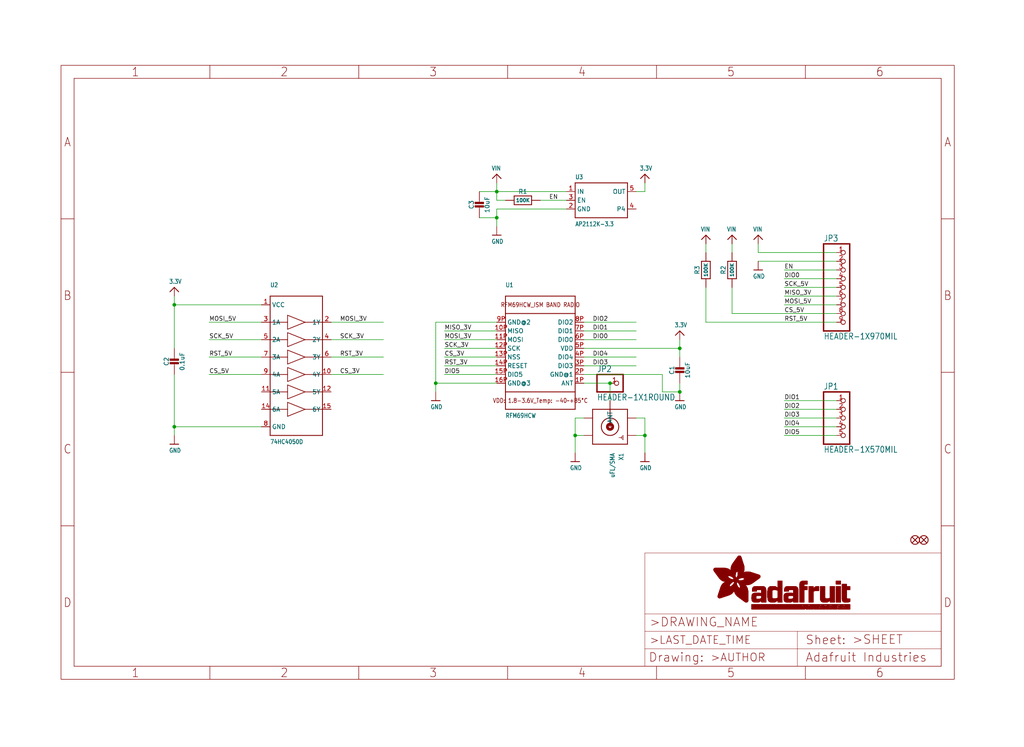
<source format=kicad_sch>
(kicad_sch (version 20211123) (generator eeschema)
  (paper "User" 298.45 217.881)
  (lib_symbols
    (symbol "schematicEagle-eagle-import:3.3V" (power)
      (property "Value" "3.3V" (at -1.524 1.016 0))
      (symbol "3.3V_1_0"
        (pin power_in line (at 0 -2.54 90) (length 2.54) (name "3.3V") (number "1"))
      )
    )
    (symbol "schematicEagle-eagle-import:74HC4050DTSSOP"
      (property "Reference" "U" (at -7.62 22.86 0))
      (property "Value" "74HC4050DTSSOP" (at -7.62 -22.86 0))
      (symbol "74HC4050DTSSOP_1_0"
        (pin bidirectional line (at -10.16 17.78 0) (length 2.54) (name "VCC") (number "1"))
        (pin bidirectional line (at 10.16 -2.54 180) (length 2.54) (name "4Y") (number "10"))
        (pin bidirectional line (at -10.16 -7.62 0) (length 2.54) (name "5A") (number "11"))
        (pin bidirectional line (at 10.16 -7.62 180) (length 2.54) (name "5Y") (number "12"))
        (pin bidirectional line (at -10.16 -12.7 0) (length 2.54) (name "6A") (number "14"))
        (pin bidirectional line (at 10.16 -12.7 180) (length 2.54) (name "6Y") (number "15"))
        (pin bidirectional line (at 10.16 12.7 180) (length 2.54) (name "1Y") (number "2"))
        (pin bidirectional line (at -10.16 12.7 0) (length 2.54) (name "1A") (number "3"))
        (pin bidirectional line (at 10.16 7.62 180) (length 2.54) (name "2Y") (number "4"))
        (pin bidirectional line (at -10.16 7.62 0) (length 2.54) (name "2A") (number "5"))
        (pin bidirectional line (at 10.16 2.54 180) (length 2.54) (name "3Y") (number "6"))
        (pin bidirectional line (at -10.16 2.54 0) (length 2.54) (name "3A") (number "7"))
        (pin bidirectional line (at -10.16 -17.78 0) (length 2.54) (name "GND") (number "8"))
        (pin bidirectional line (at -10.16 -2.54 0) (length 2.54) (name "4A") (number "9"))
      )
    )
    (symbol "schematicEagle-eagle-import:CAP_CERAMIC0805-NOOUTLINE"
      (property "Reference" "C" (at -2.29 1.25 90))
      (property "Value" "CAP_CERAMIC0805-NOOUTLINE" (at 2.3 1.25 90))
      (symbol "CAP_CERAMIC0805-NOOUTLINE_1_0"
        (pin passive line (at 0 5.08 270) (length 2.54) (name "1") (number "1"))
        (pin passive line (at 0 -2.54 90) (length 2.54) (name "2") (number "2"))
      )
    )
    (symbol "schematicEagle-eagle-import:FIDUCIAL{dblquote}{dblquote}")
    (symbol "schematicEagle-eagle-import:FRAME_A4_ADAFRUIT"
      (symbol "FRAME_A4_ADAFRUIT_0_0"
        (text "1" (at 21.6958 1.905 0) (effects (font (size 2.54 2.286))))
        (text "1" (at 21.6958 177.165 0) (effects (font (size 2.54 2.286))))
        (text "2" (at 65.0875 1.905 0) (effects (font (size 2.54 2.286))))
        (text "2" (at 65.0875 177.165 0) (effects (font (size 2.54 2.286))))
        (text "3" (at 108.4792 1.905 0) (effects (font (size 2.54 2.286))))
        (text "3" (at 108.4792 177.165 0) (effects (font (size 2.54 2.286))))
        (text "4" (at 151.8708 1.905 0) (effects (font (size 2.54 2.286))))
        (text "4" (at 151.8708 177.165 0) (effects (font (size 2.54 2.286))))
        (text "5" (at 195.2625 1.905 0) (effects (font (size 2.54 2.286))))
        (text "5" (at 195.2625 177.165 0) (effects (font (size 2.54 2.286))))
        (text "6" (at 238.6542 1.905 0) (effects (font (size 2.54 2.286))))
        (text "6" (at 238.6542 177.165 0) (effects (font (size 2.54 2.286))))
        (text "A" (at 1.905 156.6863 0) (effects (font (size 2.54 2.286))))
        (text "A" (at 258.445 156.6863 0) (effects (font (size 2.54 2.286))))
        (text "B" (at 1.905 111.9188 0) (effects (font (size 2.54 2.286))))
        (text "B" (at 258.445 111.9188 0) (effects (font (size 2.54 2.286))))
        (text "C" (at 1.905 67.1513 0) (effects (font (size 2.54 2.286))))
        (text "C" (at 258.445 67.1513 0) (effects (font (size 2.54 2.286))))
        (text "D" (at 1.905 22.3838 0) (effects (font (size 2.54 2.286))))
        (text "D" (at 258.445 22.3838 0) (effects (font (size 2.54 2.286))))
      )
      (symbol "FRAME_A4_ADAFRUIT_1_0"
        (text ">AUTHOR" (at 189.23 5.08 0) (effects (font (size 2.286 2.286)) (justify left bottom)))
        (text ">DRAWING_NAME" (at 171.45 15.24 0) (effects (font (size 2.54 2.54)) (justify left bottom)))
        (text ">LAST_DATE_TIME" (at 171.45 10.16 0) (effects (font (size 2.286 2.286)) (justify left bottom)))
        (text ">SHEET" (at 230.505 10.16 0) (effects (font (size 2.54 2.54)) (justify left bottom)))
        (text "Adafruit Industries" (at 216.916 4.953 0) (effects (font (size 2.54 2.54)) (justify left bottom)))
        (text "Drawing:" (at 171.196 4.953 0) (effects (font (size 2.54 2.54)) (justify left bottom)))
        (text "Sheet:" (at 216.916 10.033 0) (effects (font (size 2.54 2.54)) (justify left bottom)))
      )
    )
    (symbol "schematicEagle-eagle-import:GND" (power)
      (property "Value" "GND" (at -1.524 -2.54 0))
      (symbol "GND_1_0"
        (pin power_in line (at 0 2.54 270) (length 2.54) (name "GND") (number "1"))
      )
    )
    (symbol "schematicEagle-eagle-import:HEADER-1X1ROUND"
      (property "Reference" "JP" (at -6.35 3.175 0))
      (property "Value" "HEADER-1X1ROUND" (at -6.35 -5.08 0))
      (symbol "HEADER-1X1ROUND_1_0"
        (pin passive inverted (at -2.54 0 0) (length 2.54) (name "1") (number "1"))
      )
    )
    (symbol "schematicEagle-eagle-import:HEADER-1X570MIL"
      (property "Reference" "JP" (at -6.35 8.255 0))
      (property "Value" "HEADER-1X570MIL" (at -6.35 -10.16 0))
      (symbol "HEADER-1X570MIL_1_0"
        (pin passive inverted (at -2.54 5.08 0) (length 2.54) (name "1") (number "1"))
        (pin passive inverted (at -2.54 2.54 0) (length 2.54) (name "2") (number "2"))
        (pin passive inverted (at -2.54 0 0) (length 2.54) (name "3") (number "3"))
        (pin passive inverted (at -2.54 -2.54 0) (length 2.54) (name "4") (number "4"))
        (pin passive inverted (at -2.54 -5.08 0) (length 2.54) (name "5") (number "5"))
      )
    )
    (symbol "schematicEagle-eagle-import:HEADER-1X970MIL"
      (property "Reference" "JP" (at -6.35 13.335 0))
      (property "Value" "HEADER-1X970MIL" (at -6.35 -15.24 0))
      (symbol "HEADER-1X970MIL_1_0"
        (pin passive inverted (at -2.54 10.16 0) (length 2.54) (name "1") (number "1"))
        (pin passive inverted (at -2.54 7.62 0) (length 2.54) (name "2") (number "2"))
        (pin passive inverted (at -2.54 5.08 0) (length 2.54) (name "3") (number "3"))
        (pin passive inverted (at -2.54 2.54 0) (length 2.54) (name "4") (number "4"))
        (pin passive inverted (at -2.54 0 0) (length 2.54) (name "5") (number "5"))
        (pin passive inverted (at -2.54 -2.54 0) (length 2.54) (name "6") (number "6"))
        (pin passive inverted (at -2.54 -5.08 0) (length 2.54) (name "7") (number "7"))
        (pin passive inverted (at -2.54 -7.62 0) (length 2.54) (name "8") (number "8"))
        (pin passive inverted (at -2.54 -10.16 0) (length 2.54) (name "9") (number "9"))
      )
    )
    (symbol "schematicEagle-eagle-import:RESISTOR0805_NOOUTLINE"
      (property "Reference" "R" (at 0 2.54 0))
      (property "Value" "RESISTOR0805_NOOUTLINE" (at 0 0 0))
      (symbol "RESISTOR0805_NOOUTLINE_1_0"
        (pin passive line (at -5.08 0 0) (length 2.54) (name "1") (number "1"))
        (pin passive line (at 5.08 0 180) (length 2.54) (name "2") (number "2"))
      )
    )
    (symbol "schematicEagle-eagle-import:RFM69HCW_SMT"
      (property "Reference" "U" (at -10.16 17.78 0))
      (property "Value" "RFM69HCW_SMT" (at -10.16 -20.32 0))
      (symbol "RFM69HCW_SMT_1_0"
        (text "RFM69HCW_ISM BAND RADIO" (at 0 12.7 0) (effects (font (size 1.27 1.0795))))
        (text "VDD: 1.8-3.6V_Temp: -40~+85°C" (at 0 -15.24 0) (effects (font (size 1.27 1.0795))))
        (pin output line (at -12.7 5.08 0) (length 2.54) (name "MISO") (number "10P"))
        (pin input line (at -12.7 2.54 0) (length 2.54) (name "MOSI") (number "11P"))
        (pin input line (at -12.7 0 0) (length 2.54) (name "SCK") (number "12P"))
        (pin input line (at -12.7 -2.54 0) (length 2.54) (name "NSS") (number "13P"))
        (pin input line (at -12.7 -5.08 0) (length 2.54) (name "RESET") (number "14P"))
        (pin bidirectional line (at -12.7 -7.62 0) (length 2.54) (name "DIO5") (number "15P"))
        (pin power_in line (at -12.7 -10.16 0) (length 2.54) (name "GND@3") (number "16P"))
        (pin bidirectional line (at 12.7 -10.16 180) (length 2.54) (name "ANT") (number "1P"))
        (pin power_in line (at 12.7 -7.62 180) (length 2.54) (name "GND@1") (number "2P"))
        (pin bidirectional line (at 12.7 -5.08 180) (length 2.54) (name "DIO3") (number "3P"))
        (pin bidirectional line (at 12.7 -2.54 180) (length 2.54) (name "DIO4") (number "4P"))
        (pin power_in line (at 12.7 0 180) (length 2.54) (name "VDD") (number "5P"))
        (pin bidirectional line (at 12.7 2.54 180) (length 2.54) (name "DIO0") (number "6P"))
        (pin bidirectional line (at 12.7 5.08 180) (length 2.54) (name "DIO1") (number "7P"))
        (pin bidirectional line (at 12.7 7.62 180) (length 2.54) (name "DIO2") (number "8P"))
        (pin power_in line (at -12.7 7.62 0) (length 2.54) (name "GND@2") (number "9P"))
      )
    )
    (symbol "schematicEagle-eagle-import:SMACONNECTOR_EDGE_UFL"
      (property "Reference" "X" (at 7.62 2.54 0))
      (property "Value" "SMACONNECTOR_EDGE_UFL" (at 7.62 0 0))
      (symbol "SMACONNECTOR_EDGE_UFL_1_0"
        (pin power_in line (at -2.54 7.62 270) (length 2.54) (name "GND1") (number "GND@1"))
        (pin power_in line (at 2.54 7.62 270) (length 2.54) (name "GND2") (number "GND@2"))
        (pin power_in line (at -2.54 -7.62 90) (length 2.54) (name "GND3") (number "GND@3"))
        (pin power_in line (at 2.54 -7.62 90) (length 2.54) (name "GND4") (number "GND@4"))
        (pin bidirectional line (at -7.62 0 0) (length 2.54) (name "ANT") (number "P"))
      )
    )
    (symbol "schematicEagle-eagle-import:VIN" (power)
      (property "Value" "VIN" (at -1.524 1.016 0))
      (symbol "VIN_1_0"
        (pin power_in line (at 0 -2.54 90) (length 2.54) (name "VIN") (number "1"))
      )
    )
    (symbol "schematicEagle-eagle-import:VREG_SOT23-5"
      (property "Reference" "U" (at -7.62 6.096 0))
      (property "Value" "VREG_SOT23-5" (at -7.62 -7.62 0))
      (symbol "VREG_SOT23-5_1_0"
        (pin power_in line (at -10.16 2.54 0) (length 2.54) (name "IN") (number "1"))
        (pin power_in line (at -10.16 -2.54 0) (length 2.54) (name "GND") (number "2"))
        (pin input line (at -10.16 0 0) (length 2.54) (name "EN") (number "3"))
        (pin bidirectional line (at 10.16 -2.54 180) (length 2.54) (name "P4") (number "4"))
        (pin power_in line (at 10.16 2.54 180) (length 2.54) (name "OUT") (number "5"))
      )
    )
  )
  (junction (at 177.8 111.76))
  (junction (at 167.64 127))
  (junction (at 144.78 63.5))
  (junction (at 144.78 55.88))
  (junction (at 50.8 88.9))
  (junction (at 198.12 114.3))
  (junction (at 127 111.76))
  (junction (at 198.12 101.6))
  (junction (at 50.8 124.46))
  (junction (at 187.96 127))
  (wire (pts (xy 165.1 55.88) (xy 144.78 55.88)))
  (wire (pts (xy 205.74 83.82) (xy 205.74 93.98)))
  (wire (pts (xy 167.64 127) (xy 167.64 132.08)))
  (wire (pts (xy 129.54 101.6) (xy 144.78 101.6)))
  (wire (pts (xy 243.84 83.82) (xy 228.6 83.82)))
  (wire (pts (xy 243.84 78.74) (xy 228.6 78.74)))
  (wire (pts (xy 170.18 101.6) (xy 198.12 101.6)))
  (wire (pts (xy 170.18 104.14) (xy 185.42 104.14)))
  (wire (pts (xy 185.42 55.88) (xy 187.96 55.88)))
  (wire (pts (xy 50.8 124.46) (xy 50.8 127)))
  (wire (pts (xy 144.78 93.98) (xy 127 93.98)))
  (wire (pts (xy 76.2 88.9) (xy 50.8 88.9)))
  (wire (pts (xy 127 93.98) (xy 127 111.76)))
  (wire (pts (xy 220.98 71.12) (xy 220.98 73.66)))
  (wire (pts (xy 243.84 86.36) (xy 228.6 86.36)))
  (wire (pts (xy 187.96 127) (xy 187.96 132.08)))
  (wire (pts (xy 76.2 104.14) (xy 60.96 104.14)))
  (wire (pts (xy 167.64 121.92) (xy 167.64 127)))
  (wire (pts (xy 187.96 121.92) (xy 187.96 127)))
  (wire (pts (xy 193.04 114.3) (xy 198.12 114.3)))
  (wire (pts (xy 76.2 124.46) (xy 50.8 124.46)))
  (wire (pts (xy 144.78 58.42) (xy 144.78 55.88)))
  (wire (pts (xy 129.54 104.14) (xy 144.78 104.14)))
  (wire (pts (xy 213.36 91.44) (xy 243.84 91.44)))
  (wire (pts (xy 187.96 55.88) (xy 187.96 53.34)))
  (wire (pts (xy 50.8 88.9) (xy 50.8 101.6)))
  (wire (pts (xy 243.84 119.38) (xy 228.6 119.38)))
  (wire (pts (xy 185.42 127) (xy 187.96 127)))
  (wire (pts (xy 220.98 76.2) (xy 243.84 76.2)))
  (wire (pts (xy 96.52 104.14) (xy 111.76 104.14)))
  (wire (pts (xy 198.12 101.6) (xy 198.12 99.06)))
  (wire (pts (xy 144.78 55.88) (xy 139.7 55.88)))
  (wire (pts (xy 60.96 109.22) (xy 76.2 109.22)))
  (wire (pts (xy 243.84 81.28) (xy 228.6 81.28)))
  (wire (pts (xy 147.32 58.42) (xy 144.78 58.42)))
  (wire (pts (xy 177.8 111.76) (xy 177.8 116.84)))
  (wire (pts (xy 127 111.76) (xy 127 114.3)))
  (wire (pts (xy 243.84 127) (xy 228.6 127)))
  (wire (pts (xy 185.42 93.98) (xy 170.18 93.98)))
  (wire (pts (xy 129.54 106.68) (xy 144.78 106.68)))
  (wire (pts (xy 144.78 96.52) (xy 129.54 96.52)))
  (wire (pts (xy 144.78 55.88) (xy 144.78 53.34)))
  (wire (pts (xy 165.1 60.96) (xy 144.78 60.96)))
  (wire (pts (xy 205.74 71.12) (xy 205.74 73.66)))
  (wire (pts (xy 144.78 63.5) (xy 139.7 63.5)))
  (wire (pts (xy 76.2 99.06) (xy 60.96 99.06)))
  (wire (pts (xy 170.18 111.76) (xy 177.8 111.76)))
  (wire (pts (xy 228.6 124.46) (xy 243.84 124.46)))
  (wire (pts (xy 228.6 121.92) (xy 243.84 121.92)))
  (wire (pts (xy 205.74 93.98) (xy 243.84 93.98)))
  (wire (pts (xy 144.78 111.76) (xy 127 111.76)))
  (wire (pts (xy 193.04 109.22) (xy 193.04 114.3)))
  (wire (pts (xy 96.52 109.22) (xy 111.76 109.22)))
  (wire (pts (xy 170.18 127) (xy 167.64 127)))
  (wire (pts (xy 185.42 121.92) (xy 187.96 121.92)))
  (wire (pts (xy 165.1 58.42) (xy 157.48 58.42)))
  (wire (pts (xy 144.78 60.96) (xy 144.78 63.5)))
  (wire (pts (xy 129.54 99.06) (xy 144.78 99.06)))
  (wire (pts (xy 243.84 116.84) (xy 228.6 116.84)))
  (wire (pts (xy 185.42 99.06) (xy 170.18 99.06)))
  (wire (pts (xy 198.12 101.6) (xy 198.12 104.14)))
  (wire (pts (xy 96.52 93.98) (xy 111.76 93.98)))
  (wire (pts (xy 213.36 91.44) (xy 213.36 83.82)))
  (wire (pts (xy 170.18 121.92) (xy 167.64 121.92)))
  (wire (pts (xy 144.78 63.5) (xy 144.78 66.04)))
  (wire (pts (xy 213.36 71.12) (xy 213.36 73.66)))
  (wire (pts (xy 220.98 73.66) (xy 243.84 73.66)))
  (wire (pts (xy 96.52 99.06) (xy 111.76 99.06)))
  (wire (pts (xy 50.8 124.46) (xy 50.8 109.22)))
  (wire (pts (xy 170.18 106.68) (xy 185.42 106.68)))
  (wire (pts (xy 76.2 93.98) (xy 60.96 93.98)))
  (wire (pts (xy 50.8 88.9) (xy 50.8 86.36)))
  (wire (pts (xy 243.84 88.9) (xy 228.6 88.9)))
  (wire (pts (xy 144.78 109.22) (xy 129.54 109.22)))
  (wire (pts (xy 185.42 96.52) (xy 170.18 96.52)))
  (wire (pts (xy 170.18 109.22) (xy 193.04 109.22)))
  (wire (pts (xy 198.12 111.76) (xy 198.12 114.3)))
  (label "CS_3V" (at 129.54 104.14 0) (effects (font (size 1.2446 1.2446))))
  (label "RST_5V" (at 60.96 104.14 0) (effects (font (size 1.2446 1.2446))))
  (label "DIO1" (at 228.6 116.84 0) (effects (font (size 1.2446 1.2446))))
  (label "DIO5" (at 228.6 127 0) (effects (font (size 1.2446 1.2446))))
  (label "CS_5V" (at 228.6 91.44 0) (effects (font (size 1.2446 1.2446))))
  (label "MOSI_5V" (at 228.6 88.9 0) (effects (font (size 1.2446 1.2446))))
  (label "DIO3" (at 228.6 121.92 0) (effects (font (size 1.2446 1.2446))))
  (label "MISO_3V" (at 228.6 86.36 0) (effects (font (size 1.2446 1.2446))))
  (label "DIO4" (at 228.6 124.46 0) (effects (font (size 1.2446 1.2446))))
  (label "EN" (at 228.6 78.74 0) (effects (font (size 1.2446 1.2446))))
  (label "RST_3V" (at 129.54 106.68 0) (effects (font (size 1.2446 1.2446))))
  (label "MOSI_3V" (at 129.54 99.06 0) (effects (font (size 1.2446 1.2446))))
  (label "MOSI_5V" (at 60.96 93.98 0) (effects (font (size 1.2446 1.2446))))
  (label "SCK_5V" (at 228.6 83.82 0) (effects (font (size 1.2446 1.2446))))
  (label "EN" (at 160.02 58.42 0) (effects (font (size 1.2446 1.2446))))
  (label "DIO0" (at 228.6 81.28 0) (effects (font (size 1.2446 1.2446))))
  (label "SCK_5V" (at 60.96 99.06 0) (effects (font (size 1.2446 1.2446))))
  (label "RST_5V" (at 228.6 93.98 0) (effects (font (size 1.2446 1.2446))))
  (label "RST_3V" (at 99.06 104.14 0) (effects (font (size 1.2446 1.2446))))
  (label "DIO0" (at 172.72 99.06 0) (effects (font (size 1.2446 1.2446))))
  (label "DIO3" (at 172.72 106.68 0) (effects (font (size 1.2446 1.2446))))
  (label "MOSI_3V" (at 99.06 93.98 0) (effects (font (size 1.2446 1.2446))))
  (label "DIO5" (at 129.54 109.22 0) (effects (font (size 1.2446 1.2446))))
  (label "DIO2" (at 172.72 93.98 0) (effects (font (size 1.2446 1.2446))))
  (label "SCK_3V" (at 129.54 101.6 0) (effects (font (size 1.2446 1.2446))))
  (label "CS_3V" (at 99.06 109.22 0) (effects (font (size 1.2446 1.2446))))
  (label "DIO1" (at 172.72 96.52 0) (effects (font (size 1.2446 1.2446))))
  (label "MISO_3V" (at 129.54 96.52 0) (effects (font (size 1.2446 1.2446))))
  (label "DIO2" (at 228.6 119.38 0) (effects (font (size 1.2446 1.2446))))
  (label "CS_5V" (at 60.96 109.22 0) (effects (font (size 1.2446 1.2446))))
  (label "SCK_3V" (at 99.06 99.06 0) (effects (font (size 1.2446 1.2446))))
  (label "DIO4" (at 172.72 104.14 0) (effects (font (size 1.2446 1.2446))))
  (symbol (lib_id "schematicEagle-eagle-import:GND") (at 220.98 78.74 0) (unit 1)
    (property "Reference" "#U$18" (effects hide))
    (property "Value" "GND" (at 219.456 81.28 0) (effects (font (size 1.27 1.0795)) (justify left bottom)))
    (property "Footprint" "schematicEagle:" (effects hide))
  )
  (symbol (lib_id "schematicEagle-eagle-import:RESISTOR0805_NOOUTLINE") (at 205.74 78.74 90) (unit 1)
    (property "Reference" "R3" (at 203.2 78.74 0))
    (property "Value" "100K" (at 205.74 78.74 0) (effects (font (size 1.016 1.016) bold)))
    (property "Footprint" "schematicEagle:0805-NO" (effects hide))
  )
  (symbol (lib_id "schematicEagle-eagle-import:GND") (at 50.8 129.54 0) (unit 1)
    (property "Reference" "#U$3" (effects hide))
    (property "Value" "GND" (at 49.276 132.08 0) (effects (font (size 1.27 1.0795)) (justify left bottom)))
    (property "Footprint" "schematicEagle:" (effects hide))
  )
  (symbol (lib_id "schematicEagle-eagle-import:GND") (at 187.96 134.62 0) (unit 1)
    (property "Reference" "#U$9" (effects hide))
    (property "Value" "GND" (at 186.436 137.16 0) (effects (font (size 1.27 1.0795)) (justify left bottom)))
    (property "Footprint" "schematicEagle:" (effects hide))
  )
  (symbol (lib_id "schematicEagle-eagle-import:CAP_CERAMIC0805-NOOUTLINE") (at 139.7 60.96 0) (unit 1)
    (property "Reference" "C3" (at 137.41 59.71 90))
    (property "Value" "10uF" (at 142 59.71 90))
    (property "Footprint" "schematicEagle:0805-NO" (effects hide))
  )
  (symbol (lib_id "schematicEagle-eagle-import:SMACONNECTOR_EDGE_UFL") (at 177.8 124.46 270) (unit 1)
    (property "Reference" "X1" (at 180.34 132.08 0) (effects (font (size 1.27 1.0795)) (justify left bottom)))
    (property "Value" "uFL/SMA" (at 177.8 132.08 0) (effects (font (size 1.27 1.0795)) (justify left bottom)))
    (property "Footprint" "schematicEagle:SMA_EDGELAUNCH_UFL" (effects hide))
  )
  (symbol (lib_id "schematicEagle-eagle-import:HEADER-1X970MIL") (at 246.38 83.82 0) (unit 1)
    (property "Reference" "JP3" (at 240.03 70.485 0) (effects (font (size 1.778 1.5113)) (justify left bottom)))
    (property "Value" "HEADER-1X970MIL" (at 240.03 99.06 0) (effects (font (size 1.778 1.5113)) (justify left bottom)))
    (property "Footprint" "schematicEagle:1X09_ROUND_70" (effects hide))
  )
  (symbol (lib_id "schematicEagle-eagle-import:VIN") (at 220.98 68.58 0) (unit 1)
    (property "Reference" "#U$16" (effects hide))
    (property "Value" "VIN" (at 219.456 67.564 0) (effects (font (size 1.27 1.0795)) (justify left bottom)))
    (property "Footprint" "schematicEagle:" (effects hide))
  )
  (symbol (lib_id "schematicEagle-eagle-import:GND") (at 167.64 134.62 0) (unit 1)
    (property "Reference" "#U$7" (effects hide))
    (property "Value" "GND" (at 166.116 137.16 0) (effects (font (size 1.27 1.0795)) (justify left bottom)))
    (property "Footprint" "schematicEagle:" (effects hide))
  )
  (symbol (lib_id "schematicEagle-eagle-import:74HC4050DTSSOP") (at 86.36 106.68 0) (unit 1)
    (property "Reference" "U2" (at 78.74 83.82 0) (effects (font (size 1.27 1.0795)) (justify left bottom)))
    (property "Value" "74HC4050D" (at 78.74 129.54 0) (effects (font (size 1.27 1.0795)) (justify left bottom)))
    (property "Footprint" "schematicEagle:TSSOP16" (effects hide))
  )
  (symbol (lib_id "schematicEagle-eagle-import:FIDUCIAL{dblquote}{dblquote}") (at 269.24 157.48 0) (unit 1)
    (property "Reference" "FID1" (effects hide))
    (property "Value" "FIDUCIAL{dblquote}{dblquote}" (effects hide))
    (property "Footprint" "schematicEagle:FIDUCIAL_1MM" (effects hide))
  )
  (symbol (lib_id "schematicEagle-eagle-import:RESISTOR0805_NOOUTLINE") (at 152.4 58.42 0) (unit 1)
    (property "Reference" "R1" (at 152.4 55.88 0))
    (property "Value" "100K" (at 152.4 58.42 0) (effects (font (size 1.016 1.016) bold)))
    (property "Footprint" "schematicEagle:0805-NO" (effects hide))
  )
  (symbol (lib_id "schematicEagle-eagle-import:GND") (at 127 116.84 0) (unit 1)
    (property "Reference" "#U$4" (effects hide))
    (property "Value" "GND" (at 125.476 119.38 0) (effects (font (size 1.27 1.0795)) (justify left bottom)))
    (property "Footprint" "schematicEagle:" (effects hide))
  )
  (symbol (lib_id "schematicEagle-eagle-import:RFM69HCW_SMT") (at 157.48 101.6 0) (unit 1)
    (property "Reference" "U1" (at 147.32 83.82 0) (effects (font (size 1.27 1.0795)) (justify left bottom)))
    (property "Value" "RFM69HCW" (at 147.32 121.92 0) (effects (font (size 1.27 1.0795)) (justify left bottom)))
    (property "Footprint" "schematicEagle:RFMHCW_SMT" (effects hide))
  )
  (symbol (lib_id "schematicEagle-eagle-import:VIN") (at 205.74 68.58 0) (unit 1)
    (property "Reference" "#U$13" (effects hide))
    (property "Value" "VIN" (at 204.216 67.564 0) (effects (font (size 1.27 1.0795)) (justify left bottom)))
    (property "Footprint" "schematicEagle:" (effects hide))
  )
  (symbol (lib_id "schematicEagle-eagle-import:GND") (at 198.12 116.84 0) (unit 1)
    (property "Reference" "#U$6" (effects hide))
    (property "Value" "GND" (at 196.596 119.38 0) (effects (font (size 1.27 1.0795)) (justify left bottom)))
    (property "Footprint" "schematicEagle:" (effects hide))
  )
  (symbol (lib_id "schematicEagle-eagle-import:VIN") (at 144.78 50.8 0) (unit 1)
    (property "Reference" "#U$10" (effects hide))
    (property "Value" "VIN" (at 143.256 49.784 0) (effects (font (size 1.27 1.0795)) (justify left bottom)))
    (property "Footprint" "schematicEagle:" (effects hide))
  )
  (symbol (lib_id "schematicEagle-eagle-import:CAP_CERAMIC0805-NOOUTLINE") (at 198.12 109.22 0) (unit 1)
    (property "Reference" "C1" (at 195.83 107.97 90))
    (property "Value" "10uF" (at 200.42 107.97 90))
    (property "Footprint" "schematicEagle:0805-NO" (effects hide))
  )
  (symbol (lib_id "schematicEagle-eagle-import:3.3V") (at 198.12 96.52 0) (unit 1)
    (property "Reference" "#U$5" (effects hide))
    (property "Value" "3.3V" (at 196.596 95.504 0) (effects (font (size 1.27 1.0795)) (justify left bottom)))
    (property "Footprint" "schematicEagle:" (effects hide))
  )
  (symbol (lib_id "schematicEagle-eagle-import:CAP_CERAMIC0805-NOOUTLINE") (at 50.8 106.68 0) (unit 1)
    (property "Reference" "C2" (at 48.51 105.43 90))
    (property "Value" "0.1uF" (at 53.1 105.43 90))
    (property "Footprint" "schematicEagle:0805-NO" (effects hide))
  )
  (symbol (lib_id "schematicEagle-eagle-import:VIN") (at 213.36 68.58 0) (unit 1)
    (property "Reference" "#U$17" (effects hide))
    (property "Value" "VIN" (at 211.836 67.564 0) (effects (font (size 1.27 1.0795)) (justify left bottom)))
    (property "Footprint" "schematicEagle:" (effects hide))
  )
  (symbol (lib_id "schematicEagle-eagle-import:HEADER-1X570MIL") (at 246.38 121.92 0) (unit 1)
    (property "Reference" "JP1" (at 240.03 113.665 0) (effects (font (size 1.778 1.5113)) (justify left bottom)))
    (property "Value" "HEADER-1X570MIL" (at 240.03 132.08 0) (effects (font (size 1.778 1.5113)) (justify left bottom)))
    (property "Footprint" "schematicEagle:1X05_ROUND_70" (effects hide))
  )
  (symbol (lib_id "schematicEagle-eagle-import:VREG_SOT23-5") (at 175.26 58.42 0) (unit 1)
    (property "Reference" "U3" (at 167.64 52.324 0) (effects (font (size 1.27 1.0795)) (justify left bottom)))
    (property "Value" "AP2112K-3.3" (at 167.64 66.04 0) (effects (font (size 1.27 1.0795)) (justify left bottom)))
    (property "Footprint" "schematicEagle:SOT23-5" (effects hide))
  )
  (symbol (lib_id "schematicEagle-eagle-import:FIDUCIAL{dblquote}{dblquote}") (at 266.7 157.48 0) (unit 1)
    (property "Reference" "FID2" (effects hide))
    (property "Value" "FIDUCIAL{dblquote}{dblquote}" (effects hide))
    (property "Footprint" "schematicEagle:FIDUCIAL_1MM" (effects hide))
  )
  (symbol (lib_id "schematicEagle-eagle-import:3.3V") (at 187.96 50.8 0) (unit 1)
    (property "Reference" "#U$12" (effects hide))
    (property "Value" "3.3V" (at 186.436 49.784 0) (effects (font (size 1.27 1.0795)) (justify left bottom)))
    (property "Footprint" "schematicEagle:" (effects hide))
  )
  (symbol (lib_id "schematicEagle-eagle-import:HEADER-1X1ROUND") (at 180.34 111.76 0) (unit 1)
    (property "Reference" "JP2" (at 173.99 108.585 0) (effects (font (size 1.778 1.5113)) (justify left bottom)))
    (property "Value" "HEADER-1X1ROUND" (at 173.99 116.84 0) (effects (font (size 1.778 1.5113)) (justify left bottom)))
    (property "Footprint" "schematicEagle:1X01_ROUND" (effects hide))
  )
  (symbol (lib_id "schematicEagle-eagle-import:RESISTOR0805_NOOUTLINE") (at 213.36 78.74 90) (unit 1)
    (property "Reference" "R2" (at 210.82 78.74 0))
    (property "Value" "100K" (at 213.36 78.74 0) (effects (font (size 1.016 1.016) bold)))
    (property "Footprint" "schematicEagle:0805-NO" (effects hide))
  )
  (symbol (lib_id "schematicEagle-eagle-import:GND") (at 144.78 68.58 0) (unit 1)
    (property "Reference" "#U$11" (effects hide))
    (property "Value" "GND" (at 143.256 71.12 0) (effects (font (size 1.27 1.0795)) (justify left bottom)))
    (property "Footprint" "schematicEagle:" (effects hide))
  )
  (symbol (lib_id "schematicEagle-eagle-import:3.3V") (at 50.8 83.82 0) (unit 1)
    (property "Reference" "#U$2" (effects hide))
    (property "Value" "3.3V" (at 49.276 82.804 0) (effects (font (size 1.27 1.0795)) (justify left bottom)))
    (property "Footprint" "schematicEagle:" (effects hide))
  )
  (symbol (lib_id "schematicEagle-eagle-import:FRAME_A4_ADAFRUIT") (at 17.78 198.12 0) (unit 1)
    (property "Reference" "#U$1" (effects hide))
    (property "Value" "FRAME_A4_ADAFRUIT" (effects hide))
    (property "Footprint" "schematicEagle:" (effects hide))
  )
)
</source>
